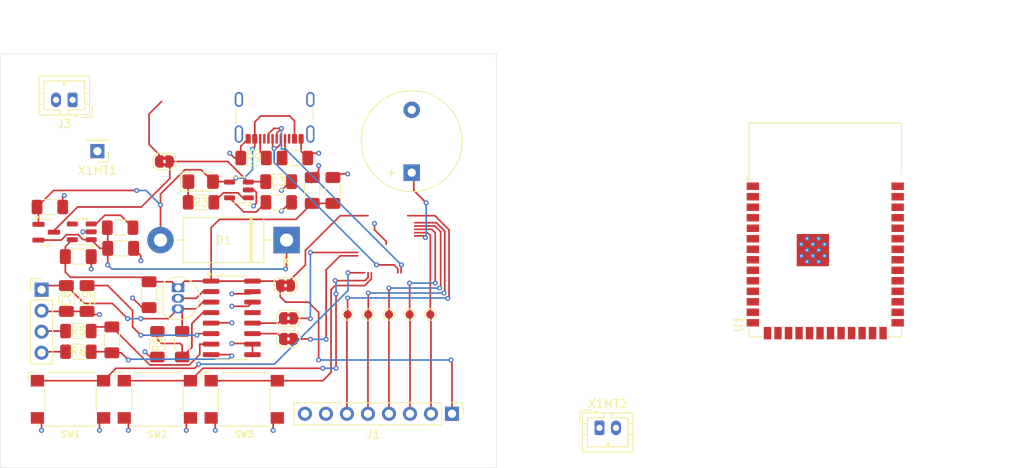
<source format=kicad_pcb>
(kicad_pcb (version 20240108) (generator "pcbnew") (generator_version "8.0")
  (layers (0 "F.Cu" signal) (31 "B.Cu" signal) (34 "B.Paste" user) (35 "F.Paste" user) (36 "B.SilkS" user "B.Silkscreen") (37 "F.SilkS" user "F.Silkscreen") (38 "B.Mask" user) (39 "F.Mask" user) (44 "Edge.Cuts" user))
  (net 0 "")
  (net 1 "Net-(D1-K)")
  (net 2 "GND")
  (net 3 "3.3V")
  (net 4 "VBAT")
  (net 5 "Net-(U2-INA-)")
  (net 6 "Net-(U2-INA+)")
  (net 7 "/E+")
  (net 8 "Net-(U2-VBG)")
  (net 9 "VBUS")
  (net 10 "Net-(D2-K)")
  (net 11 "Net-(J1-Pin_4)")
  (net 12 "Net-(J1-Pin_5)")
  (net 13 "Net-(J1-Pin_2)")
  (net 15 "Net-(J1-Pin_3)")
  (net 16 "Net-(J1-Pin_6)")
  (net 17 "/S+")
  (net 18 "/S-")
  (net 19 "Net-(J3-Pin_2)")
  (net 20 "/D+")
  (net 21 "Net-(J4-CC2)")
  (net 22 "Net-(J4-CC1)")
  (net 23 "/D-")
  (net 24 "Net-(JP1-B)")
  (net 25 "/DATA")
  (net 26 "Net-(JP2-A)")
  (net 27 "Net-(JP3-B)")
  (net 28 "Net-(JP3-A)")
  (net 29 "/BEEP")
  (net 30 "Net-(Q2-B)")
  (net 31 "Net-(U4-EN)")
  (net 32 "Net-(U3-STAT)")
  (net 33 "Net-(U3-PROG)")
  (net 34 "Net-(U2-VFB)")
  (net 35 "/BUT1")
  (net 36 "/BUT2")
  (net 37 "/BUT3")
  (footprint "Package_TO_SOT_THT:TO-92_Inline" (layer "F.Cu") (at 138 116.77 -90)
    (property "Reference" "Q2" (hide yes))
    (property "Value" "S8550" (hide yes))
  )
  (footprint "Connector_PinHeader_2.54mm:PinHeader_1x01_P2.54mm_Vertical" (layer "F.Cu") (at 128.25 100.25 180)
    (property "Reference" "X1MT1")
    (property "Value" "JSTPH")
  )
  (footprint "Connector_JST:JST_PH_B2B-PH-K_1x02_P2.00mm_Vertical" (layer "F.Cu") (at 125.25 94.05 180)
    (property "Reference" "J3")
    (property "Value" "Conn_01x02")
  )
  (footprint "Resistor_SMD:R_1206_3216Metric_Pad1.30x1.75mm_HandSolder" (layer "F.Cu") (at 150.175 106.4375)
    (property "Reference" "R4" (hide yes))
    (property "Value" "5.1k" (hide yes))
  )
  (footprint "TestPoint:TestPoint_Pad_D1.0mm" (layer "F.Cu") (at 158.5 120)
    (property "Reference" "TP5" (hide yes))
    (property "Value" "TestPoint_Small" (hide yes))
  )
  (footprint "Connector_PinHeader_2.54mm:PinHeader_1x08_P2.54mm_Vertical" (layer "F.Cu") (at 171.12 132 -90)
    (property "Reference" "J1")
    (property "Value" "Conn_01x08" (hide yes))
  )
  (footprint "Resistor_SMD:R_1206_3216Metric_Pad1.30x1.75mm_HandSolder" (layer "F.Cu") (at 131 109.5)
    (property "Reference" "R1" (hide yes))
    (property "Value" "100k" (hide yes))
  )
  (footprint "Jumper:SolderJumper-2_P1.3mm_Bridged2Bar_RoundedPad1.0x1.5mm" (layer "F.Cu") (at 151.35 122.96 180)
    (property "Reference" "JP3" (hide yes))
    (property "Value" "SolderJumper_2_Bridged" (hide yes))
  )
  (footprint "Resistor_SMD:R_1206_3216Metric_Pad1.30x1.75mm_HandSolder" (layer "F.Cu") (at 138.5 123.59 90)
    (property "Reference" "R7" (hide yes))
    (property "Value" "R" (hide yes))
  )
  (footprint "Resistor_SMD:R_1206_3216Metric_Pad1.30x1.75mm_HandSolder" (layer "F.Cu") (at 122.5 107)
    (property "Reference" "R2" (hide yes))
    (property "Value" "100k" (hide yes))
  )
  (footprint "Jumper:SolderJumper-2_P1.3mm_Bridged2Bar_RoundedPad1.0x1.5mm" (layer "F.Cu") (at 151 116.5)
    (property "Reference" "JP1" (hide yes))
    (property "Value" "SolderJumper_2_Bridged" (hide yes))
  )
  (footprint "Diode_THT:D_DO-201AD_P15.24mm_Horizontal" (layer "F.Cu") (at 151.12 111 180)
    (property "Reference" "D1")
    (property "Value" "MBR540" (hide yes))
  )
  (footprint "Package_SO:SOP-16_3.9x9.9mm_P1.27mm" (layer "F.Cu") (at 144.5 120.405)
    (property "Reference" "U2" (hide yes))
    (property "Value" "HX711" (hide yes))
  )
  (footprint "Package_TO_SOT_SMD:SOT-23-5" (layer "F.Cu") (at 126.3625 110 180)
    (property "Reference" "U4" (hide yes))
    (property "Value" "AP2112/RT9080-3.3" (hide yes))
  )
  (footprint "Resistor_SMD:R_1206_3216Metric_Pad1.30x1.75mm_HandSolder" (layer "F.Cu") (at 147.13 101.075 180)
    (property "Reference" "R9")
    (property "Value" "5.1k" (hide yes))
  )
  (footprint "TestPoint:TestPoint_Pad_D1.0mm" (layer "F.Cu") (at 163.5 120)
    (property "Reference" "TP3" (hide yes))
    (property "Value" "TestPoint_Small" (hide yes))
  )
  (footprint "Package_TO_SOT_SMD:SOT-23-5" (layer "F.Cu") (at 145.3625 104.9375 180)
    (property "Reference" "U3" (hide yes))
    (property "Value" "MCP73832-5-OT" (hide yes))
  )
  (footprint "Resistor_SMD:R_1206_3216Metric_Pad1.30x1.75mm_HandSolder" (layer "F.Cu") (at 125.95 124.5)
    (property "Reference" "R6")
    (property "Value" "R" (hide yes))
  )
  (footprint "Resistor_SMD:R_1206_3216Metric_Pad1.30x1.75mm_HandSolder" (layer "F.Cu") (at 135.5 123.59 90)
    (property "Reference" "R8")
    (property "Value" "R" (hide yes))
  )
  (footprint "Capacitor_SMD:C_1206_3216Metric_Pad1.33x1.80mm_HandSolder" (layer "F.Cu") (at 125.9375 113)
    (property "Reference" "C2" (hide yes))
    (property "Value" "10μF" (hide yes))
  )
  (footprint "Buzzer_Beeper:Buzzer_12x9.5RM7.6" (layer "F.Cu") (at 166.25 102.85 90)
    (property "Reference" "LS1" (hide yes))
    (property "Value" "Speaker" (hide yes))
  )
  (footprint "LED_SMD:LED_1206_3216Metric_Pad1.42x1.75mm_HandSolder" (layer "F.Cu") (at 140.7375 103.9375)
    (property "Reference" "D2" (hide yes))
    (property "Value" "LED" (hide yes))
  )
  (footprint "Connector_PinHeader_2.54mm:PinHeader_1x04_P2.54mm_Vertical" (layer "F.Cu") (at 121.5 117)
    (property "Reference" "J2" (hide yes))
    (property "Value" "Conn_01x04" (hide yes))
  )
  (footprint "Capacitor_SMD:C_1206_3216Metric_Pad1.33x1.80mm_HandSolder" (layer "F.Cu") (at 127 118.0625 90)
    (property "Reference" "C9")
    (property "Value" "100nF" (hide yes))
  )
  (footprint "Connector_USB:USB_C_Receptacle_GCT_USB4105-xx-A_16P_TopMnt_Horizontal" (layer "F.Cu") (at 149.68 95.075 180)
    (property "Reference" "J4" (hide yes))
    (property "Value" "USB C" (hide yes))
  )
  (footprint "Button_Switch_SMD:SW_SPST_Omron_B3FS-105xP" (layer "F.Cu") (at 146 130.25)
    (property "Reference" "SW3")
    (property "Value" "SW_Push" (hide yes))
  )
  (footprint "Capacitor_SMD:C_1206_3216Metric_Pad1.33x1.80mm_HandSolder" (layer "F.Cu") (at 154.225 105 90)
    (property "Reference" "C6" (hide yes))
    (property "Value" "10μF" (hide yes))
  )
  (footprint "Button_Switch_SMD:SW_SPST_Omron_B3FS-105xP" (layer "F.Cu") (at 125 130.25)
    (property "Reference" "SW1")
    (property "Value" "SW_Push" (hide yes))
  )
  (footprint "Button_Switch_SMD:SW_SPST_Omron_B3FS-105xP" (layer "F.Cu") (at 135.5 130.25)
    (property "Reference" "SW2")
    (property "Value" "SW_Push" (hide yes))
  )
  (footprint "TestPoint:TestPoint_Pad_D1.0mm" (layer "F.Cu") (at 168.5 120)
    (property "Reference" "TP1" (hide yes))
    (property "Value" "TestPoint_Small" (hide yes))
  )
  (footprint "Resistor_SMD:R_1206_3216Metric_Pad1.30x1.75mm_HandSolder" (layer "F.Cu") (at 152.13 101.075)
    (property "Reference" "R10" (hide yes))
    (property "Value" "5.1k" (hide yes))
  )
  (footprint "Capacitor_SMD:C_1206_3216Metric_Pad1.33x1.80mm_HandSolder" (layer "F.Cu") (at 134.5 117.6025 -90)
    (property "Reference" "C4" (hide yes))
    (property "Value" "10uF" (hide yes))
  )
  (footprint "Resistor_SMD:R_1206_3216Metric_Pad1.30x1.75mm_HandSolder" (layer "F.Cu") (at 140.775 106.4375)
    (property "Reference" "R3")
    (property "Value" "5.1k" (hide yes))
  )
  (footprint "Resistor_SMD:R_1206_3216Metric_Pad1.30x1.75mm_HandSolder" (layer "F.Cu") (at 125.95 122)
    (property "Reference" "R5")
    (property "Value" "R" (hide yes))
  )
  (footprint "Connector_JST:JST_PH_B2B-PH-K_1x02_P2.00mm_Vertical" (layer "F.Cu") (at 188.95 133.7)
    (property "Reference" "X1MT2")
    (property "Value" "JSTPH")
  )
  (footprint "Package_TO_SOT_SMD:SOT-23" (layer "F.Cu") (at 122.0625 110.05)
    (property "Reference" "Q1" (hide yes))
    (property "Value" "DMG3415U" (hide yes))
  )
  (footprint "RF_Module:ESP32-S3-WROOM-1" (layer "F.Cu") (at 216.25 109.75)
    (property "Reference" "U1")
    (property "Value" "ESP32-S3")
  )
  (footprint "Jumper:SolderJumper-2_P1.3mm_Bridged2Bar_RoundedPad1.0x1.5mm" (layer "F.Cu") (at 136.35 101.5)
    (property "Reference" "JP4" (hide yes))
    (property "Value" "SolderJumper_2_Bridged" (hide yes))
  )
  (footprint "Jumper:SolderJumper-2_P1.3mm_Bridged2Bar_RoundedPad1.0x1.5mm" (layer "F.Cu") (at 151.35 120.46)
    (property "Reference" "JP2" (hide yes))
    (property "Value" "SolderJumper_2_Bridged" (hide yes))
  )
  (footprint "Capacitor_SMD:C_1206_3216Metric_Pad1.33x1.80mm_HandSolder" (layer "F.Cu") (at 131.0625 112)
    (property "Reference" "C1" (hide yes))
    (property "Value" "10μF" (hide yes))
  )
  (footprint "Capacitor_SMD:C_1206_3216Metric_Pad1.33x1.80mm_HandSolder" (layer "F.Cu") (at 130 123.0625 -90)
    (property "Reference" "C7" (hide yes))
    (property "Value" "100nF" (hide yes))
  )
  (footprint "Capacitor_SMD:C_1206_3216Metric_Pad1.33x1.80mm_HandSolder" (layer "F.Cu") (at 124.5 118.0625 -90)
    (property "Reference" "C8")
    (property "Value" "10uf" (hide yes))
  )
  (footprint "Capacitor_SMD:C_1206_3216Metric_Pad1.33x1.80mm_HandSolder" (layer "F.Cu") (at 156.725 105 90)
    (property "Reference" "C5" (hide yes))
    (property "Value" "10μF" (hide yes))
  )
  (footprint "TestPoint:TestPoint_Pad_D1.0mm" (layer "F.Cu") (at 166 120)
    (property "Reference" "TP2" (hide yes))
    (property "Value" "TestPoint_Small" (hide yes))
  )
  (footprint "TestPoint:TestPoint_Pad_D1.0mm" (layer "F.Cu") (at 161 120)
    (property "Reference" "TP4" (hide yes))
    (property "Value" "TestPoint_Small" (hide yes))
  )
  (footprint "Capacitor_SMD:C_1206_3216Metric_Pad1.33x1.80mm_HandSolder" (layer "F.Cu") (at 150.1625 103.9375)
    (property "Reference" "C3")
    (property "Value" "10uF" (hide yes))
  )
  (gr_rect (start 116.5 88.5) (end 176.5 138.5) (stroke (width 0.05)) (fill none) (layer "Edge.Cuts"))
  (segment (start 129.5 114) (end 129.5 112) (width 0.2) (layer "F.Cu") (net 1))
  (segment (start 129.5 109.712499) (end 129.5 112) (width 0.2) (layer "F.Cu") (net 1))
  (segment (start 123.871948 111) (end 124.521948 110.35) (width 0.2) (layer "F.Cu") (net 1))
  (segment (start 151 114.5) (end 151.12 114.38) (width 0.2) (layer "F.Cu") (net 1))
  (segment (start 129.45 109.662499) (end 129.5 109.712499) (width 0.2) (layer "F.Cu") (net 1))
  (segment (start 151.12 114.38) (end 151.12 111) (width 0.2) (layer "F.Cu") (net 1))
  (segment (start 125.928052 110.35) (end 126.528052 110.95) (width 0.2) (layer "F.Cu") (net 1))
  (segment (start 124.521948 110.35) (end 125.928052 110.35) (width 0.2) (layer "F.Cu") (net 1))
  (segment (start 128.55 112) (end 129.5 112) (width 0.2) (layer "F.Cu") (net 1))
  (segment (start 121.125 111) (end 123.871948 111) (width 0.2) (layer "F.Cu") (net 1))
  (segment (start 126.528052 110.95) (end 127.5 110.95) (width 0.2) (layer "F.Cu") (net 1))
  (segment (start 127.5 110.95) (end 128.55 112) (width 0.2) (layer "F.Cu") (net 1))
  (segment (start 129.45 109.5) (end 129.45 109.662499) (width 0.2) (layer "F.Cu") (net 1))
  (via (at 151 114.5) (size 0.6) (drill 0.3) (layers "F.Cu" "B.Cu") (net 1))
  (via (at 129.5 114) (size 0.6) (drill 0.3) (layers "F.Cu" "B.Cu") (net 1))
  (segment (start 130 114.5) (end 129.5 114) (width 0.2) (layer "B.Cu") (net 1))
  (segment (start 151 114.5) (end 130 114.5) (width 0.2) (layer "B.Cu") (net 1))
  (segment (start 158.5 103) (end 157.1625 103) (width 0.2) (layer "F.Cu") (net 2))
  (segment (start 127 119.625) (end 121.585 119.625) (width 0.2) (layer "F.Cu") (net 2))
  (segment (start 128.5 134) (end 128.5 133) (width 0.2) (layer "F.Cu") (net 2))
  (segment (start 147.4625 105.237501) (end 147.162499 104.9375) (width 0.2) (layer "F.Cu") (net 2))
  (segment (start 139 134) (end 139 133) (width 0.2) (layer "F.Cu") (net 2))
  (segment (start 124.05 105.8) (end 124.05 107) (width 0.2) (layer "F.Cu") (net 2))
  (segment (start 151.5625 106.4375) (end 151.725 106.4375) (width 0.2) (layer "F.Cu") (net 2))
  (segment (start 121.5 133) (end 121 132.5) (width 0.2) (layer "F.Cu") (net 2))
  (segment (start 133.5 112.875) (end 132.625 112) (width 0.2) (layer "F.Cu") (net 2))
  (segment (start 150.5 107.5) (end 151.5625 106.4375) (width 0.2) (layer "F.Cu") (net 2))
  (segment (start 147.162499 104.9375) (end 146.5 104.9375) (width 0.2) (layer "F.Cu") (net 2))
  (segment (start 142.5 133) (end 142 132.5) (width 0.2) (layer "F.Cu") (net 2))
  (segment (start 147.125 106.875) (end 147.4625 106.5375) (width 0.2) (layer "F.Cu") (net 2))
  (segment (start 128.5 120) (end 127.375 120) (width 0.2) (layer "F.Cu") (net 2))
  (segment (start 147.4625 106.5375) (end 147.4625 105.237501) (width 0.2) (layer "F.Cu") (net 2))
  (segment (start 124.25 105.6) (end 124.05 105.8) (width 0.2) (layer "F.Cu") (net 2))
  (segment (start 149.5 134) (end 149.5 133) (width 0.2) (layer "F.Cu") (net 2))
  (segment (start 144.5 117.5) (end 146.73 117.5) (width 0.2) (layer "F.Cu") (net 2))
  (segment (start 150.5 105) (end 151.5625 103.9375) (width 0.2) (layer "F.Cu") (net 2))
  (segment (start 157.1625 103) (end 156.725 103.4375) (width 0.2) (layer "F.Cu") (net 2))
  (segment (start 155 102) (end 155 102.6625) (width 0.2) (layer "F.Cu") (net 2))
  (segment (start 133.5 113.5) (end 133.5 112.875) (width 0.2) (layer "F.Cu") (net 2))
  (segment (start 121.585 119.625) (end 121.5 119.54) (width 0.2) (layer "F.Cu") (net 2))
  (segment (start 132 134) (end 132 133) (width 0.2) (layer "F.Cu") (net 2))
  (segment (start 161.75 109.75) (end 163.17 111.17) (width 0.2) (layer "F.Cu") (net 2))
  (segment (start 163.17 111.17) (end 163.17 111.5) (width 0.2) (layer "F.Cu") (net 2))
  (segment (start 133.665 119.165) (end 132.5 118) (width 0.2) (layer "F.Cu") (net 2))
  (segment (start 142.04 121) (end 142 121.04) (width 0.2) (layer "F.Cu") (net 2))
  (segment (start 154.255 100.5) (end 153.68 101.075) (width 0.2) (layer "F.Cu") (net 2))
  (segment (start 135.5 125.14) (end 134.64 125.14) (width 0.2) (layer "F.Cu") (net 2))
  (segment (start 155 100.5) (end 154.255 100.5) (width 0.2) (layer "F.Cu") (net 2))
  (segment (start 127.5 114.5) (end 127.5 113) (width 0.2) (layer "F.Cu") (net 2))
  (segment (start 145.58 99.655) (end 146.48 98.755) (width 0.2) (layer "F.Cu") (net 2))
  (segment (start 147 123.58) (end 147 124.85) (width 0.2) (layer "F.Cu") (net 2))
  (segment (start 146.5 119) (end 147 118.5) (width 0.2) (layer "F.Cu") (net 2))
  (segment (start 134.5 119.165) (end 133.665 119.165) (width 0.2) (layer "F.Cu") (net 2))
  (segment (start 144.25 100.5) (end 144.825 101.075) (width 0.2) (layer "F.Cu") (net 2))
  (segment (start 132 133) (end 131.5 132.5) (width 0.2) (layer "F.Cu") (net 2))
  (segment (start 146.92 123.5) (end 147 123.58) (width 0.2) (layer "F.Cu") (net 2))
  (segment (start 144.5 123.5) (end 146.92 123.5) (width 0.2) (layer "F.Cu") (net 2))
  (segment (start 144.5 119) (end 146.5 119) (width 0.2) (layer "F.Cu") (net 2))
  (segment (start 152.88 98.755) (end 152.88 100.275) (width 0.2) (layer "F.Cu") (net 2))
  (segment (start 155 102.6625) (end 154.225 103.4375) (width 0.2) (layer "F.Cu") (net 2))
  (segment (start 144.5 121) (end 142.04 121) (width 0.2) (layer "F.Cu") (net 2))
  (segment (start 161.75 109) (end 161.75 109.75) (width 0.2) (layer "F.Cu") (net 2))
  (segment (start 126.5 110) (end 127.5 110) (width 0.2) (layer "F.Cu") (net 2))
  (segment (start 134.64 125.14) (end 134 124.5) (width 0.2) (layer "F.Cu") (net 2))
  (segment (start 139 133) (end 139.5 132.5) (width 0.2) (layer "F.Cu") (net 2))
  (segment (start 152.88 100.275) (end 153.68 101.075) (width 0.2) (layer "F.Cu") (net 2))
  (segment (start 128.5 133) (end 129 132.5) (width 0.2) (layer "F.Cu") (net 2))
  (segment (start 144.825 101.075) (end 145.58 101.075) (width 0.2) (layer "F.Cu") (net 2))
  (segment (start 121.5 134) (end 121.5 133) (width 0.2) (layer "F.Cu") (net 2))
  (segment (start 151.5625 103.9375) (end 151.725 103.9375) (width 0.2) (layer "F.Cu") (net 2))
  (segment (start 149.5 133) (end 150 132.5) (width 0.2) (layer "F.Cu") (net 2))
  (segment (start 142.5 134) (end 142.5 133) (width 0.2) (layer "F.Cu") (net 2))
  (segment (start 146.73 117.5) (end 147 117.23) (width 0.2) (layer "F.Cu") (net 2))
  (segment (start 145.58 101.075) (end 145.58 99.655) (width 0.2) (layer "F.Cu") (net 2))
  (segment (start 127.375 120) (end 127 119.625) (width 0.2) (layer "F.Cu") (net 2))
  (via (at 132.5 118) (size 0.6) (drill 0.3) (layers "F.Cu" "B.Cu") (net 2))
  (via (at 155 102) (size 0.6) (drill 0.3) (layers "F.Cu" "B.Cu") (net 2))
  (via (at 128.5 134) (size 0.6) (drill 0.3) (layers "F.Cu" "B.Cu") (net 2))
  (via (at 121.5 134) (size 0.6) (drill 0.3) (layers "F.Cu" "B.Cu") (net 2))
  (via (at 149.5 134) (size 0.6) (drill 0.3) (layers "F.Cu" "B.Cu") (net 2))
  (via (at 128.5 120) (size 0.6) (drill 0.3) (layers "F.Cu" "B.Cu") (net 2))
  (via (at 144.5 121) (size 0.6) (drill 0.3) (layers "F.Cu" "B.Cu") (net 2))
  (via (at 127.5 114.5) (size 0.6) (drill 0.3) (layers "F.Cu" "B.Cu") (net 2))
  (via (at 150.5 105) (size 0.6) (drill 0.3) (layers "F.Cu" "B.Cu") (net 2))
  (via (at 150.5 107.5) (size 0.6) (drill 0.3) (layers "F.Cu" "B.Cu") (net 2))
  (via (at 142.5 134) (size 0.6) (drill 0.3) (layers "F.Cu" "B.Cu") (net 2))
  (via (at 124.25 105.6) (size 0.6) (drill 0.3) (layers "F.Cu" "B.Cu") (net 2))
  (via (at 139 134) (size 0.6) (drill 0.3) (layers "F.Cu" "B.Cu") (net 2))
  (via (at 133.5 113.5) (size 0.6) (drill 0.3) (layers "F.Cu" "B.Cu") (net 2))
  (via (at 144.25 100.5) (size 0.6) (drill 0.3) (layers "F.Cu" "B.Cu") (net 2))
  (via (at 126.5 110) (size 0.6) (drill 0.3) (layers "F.Cu" "B.Cu") (net 2))
  (via (at 132 134) (size 0.6) (drill 0.3) (layers "F.Cu" "B.Cu") (net 2))
  (via (at 147.125 106.875) (size 0.6) (drill 0.3) (layers "F.Cu" "B.Cu") (net 2))
  (via (at 134 124.5) (size 0.6) (drill 0.3) (layers "F.Cu" "B.Cu") (net 2))
  (via (at 158.5 103) (size 0.6) (drill 0.3) (layers "F.Cu" "B.Cu") (net 2))
  (via (at 155 100.5) (size 0.6) (drill 0.3) (layers "F.Cu" "B.Cu") (net 2))
  (via (at 144.5 119) (size 0.6) (drill 0.3) (layers "F.Cu" "B.Cu") (net 2))
  (via (at 161.75 109) (size 0.6) (drill 0.3) (layers "F.Cu" "B.Cu") (net 2))
  (via (at 144.5 117.5) (size 0.6) (drill 0.3) (layers "F.Cu" "B.Cu") (net 2))
  (via (at 144.5 123.5) (size 0.6) (drill 0.3) (layers "F.Cu" "B.Cu") (net 2))
  (segment (start 152.25 108.5) (end 143 108.5) (width 0.2) (layer "F.Cu") (net 3))
  (segment (start 124.375 111.8) (end 125.225 110.95) (width 0.2) (layer "F.Cu") (net 3))
  (segment (start 133.96 115.5) (end 125 115.5) (width 0.2) (layer "F.Cu") (net 3))
  (segment (start 138.81 115.96) (end 138 116.77) (width 0.2) (layer "F.Cu") (net 3))
  (segment (start 124.375 114.875) (end 124.375 113) (width 0.2) (layer "F.Cu") (net 3))
  (segment (start 171.12 125.62) (end 171 125.5) (width 0.2) (layer "F.Cu") (net 3))
  (segment (start 147 115.96) (end 142 115.96) (width 0.2) (layer "F.Cu") (net 3))
  (segment (start 134.5 116.04) (end 137.27 116.04) (width 0.2) (layer "F.Cu") (net 3))
  (segment (start 154.225 106.5625) (end 154.1875 106.5625) (width 0.2) (layer "F.Cu") (net 3))
  (segment (start 154.1875 106.5625) (end 152.25 108.5) (width 0.2) (layer "F.Cu") (net 3))
  (segment (start 147 115.96) (end 149.81 115.96) (width 0.2) (layer "F.Cu") (net 3))
  (segment (start 149.81 115.96) (end 150.35 116.5) (width 0.2) (layer "F.Cu") (net 3))
  (segment (start 153.75 118.5) (end 151 118.5) (width 0.2) (layer "F.Cu") (net 3))
  (segment (start 142 109.5) (end 142 115.96) (width 0.2) (layer "F.Cu") (net 3))
  (segment (start 150.35 117.85) (end 150.35 116.5) (width 0.2) (layer "F.Cu") (net 3))
  (segment (start 124.375 113) (end 124.375 111.8) (width 0.2) (layer "F.Cu") (net 3))
  (segment (start 151 118.5) (end 150.35 117.85) (width 0.2) (layer "F.Cu") (net 3))
  (segment (start 137.27 116.04) (end 138 116.77) (width 0.2) (layer "F.Cu") (net 3))
  (segment (start 142 115.96) (end 138.81 115.96) (width 0.2) (layer "F.Cu") (net 3))
  (segment (start 134.5 116.04) (end 133.96 115.5) (width 0.2) (layer "F.Cu") (net 3))
  (segment (start 171.12 132) (end 171.12 125.62) (width 0.2) (layer "F.Cu") (net 3))
  (segment (start 155 119.75) (end 153.75 118.5) (width 0.2) (layer "F.Cu") (net 3))
  (segment (start 154.225 106.5625) (end 156.725 106.5625) (width 0.2) (layer "F.Cu") (net 3))
  (segment (start 155 125.5) (end 155 119.75) (width 0.2) (layer "F.Cu") (net 3))
  (segment (start 143 108.5) (end 142 109.5) (width 0.2) (layer "F.Cu") (net 3))
  (segment (start 125 115.5) (end 124.375 114.875) (width 0.2) (layer "F.Cu") (net 3))
  (via (at 171 125.5) (size 0.6) (drill 0.3) (layers "F.Cu" "B.Cu") (net 3))
  (via (at 155 125.5) (size 0.6) (drill 0.3) (layers "F.Cu" "B.Cu") (net 3))
  (segment (start 171 125.5) (end 155 125.5) (width 0.2) (layer "B.Cu") (net 3))
  (segment (start 133.559744 107) (end 125.859744 107) (width 0.2) (layer "F.Cu") (net 4))
  (segment (start 123 109.859744) (end 123 110.05) (width 0.2) (layer "F.Cu") (net 4))
  (segment (start 137 101.5) (end 137 103.559744) (width 0.2) (layer "F.Cu") (net 4))
  (segment (start 125.859744 107) (end 123 109.859744) (width 0.2) (layer "F.Cu") (net 4))
  (segment (start 146.45 103.9375) (end 148.6 103.9375) (width 0.2) (layer "F.Cu") (net 4))
  (segment (start 137 103.559744) (end 133.559744 107) (width 0.2) (layer "F.Cu") (net 4))
  (segment (start 144.0125 101.5) (end 146.45 103.9375) (width 0.2) (layer "F.Cu") (net 4))
  (segment (start 137 101.5) (end 144.0125 101.5) (width 0.2) (layer "F.Cu") (net 4))
  (segment (start 142 123.58) (end 140.625685 123.58) (width 0.2) (layer "F.Cu") (net 5))
  (segment (start 140.625685 124.824059) (end 139.359744 126.09) (width 0.2) (layer "F.Cu") (net 5))
  (segment (start 128 121.5) (end 127.5 122) (width 0.2) (layer "F.Cu") (net 5))
  (segment (start 140.625685 123.58) (end 140.625685 124.824059) (width 0.2) (layer "F.Cu") (net 5))
  (segment (start 130 121.5) (end 128 121.5) (width 0.2) (layer "F.Cu") (net 5))
  (segment (start 134.59 126.09) (end 130 121.5) (width 0.2) (layer "F.Cu") (net 5))
  (segment (start 139.359744 126.09) (end 134.59 126.09) (width 0.2) (layer "F.Cu") (net 5))
  (segment (start 131.125 124.625) (end 132 125.5) (width 0.2) (layer "F.Cu") (net 6))
  (segment (start 144.5 125) (end 144.35 124.85) (width 0.2) (layer "F.Cu") (net 6))
  (segment (start 144.35 124.85) (end 142 124.85) (width 0.2) (layer "F.Cu") (net 6))
  (segment (start 129.875 124.5) (end 130 124.625) (width 0.2) (layer "F.Cu") (net 6))
  (segment (start 127.5 124.5) (end 129.875 124.5) (width 0.2) (layer "F.Cu") (net 6))
  (segment (start 130 124.625) (end 131.125 124.625) (width 0.2) (layer "F.Cu") (net 6))
  (via (at 144.5 125) (size 0.6) (drill 0.3) (layers "F.Cu" "B.Cu") (net 6))
  (via (at 132 125.5) (size 0.6) (drill 0.3) (layers "F.Cu" "B.Cu") (net 6))
  (segment (start 132 125.5) (end 132.1 125.4) (width 0.2) (layer "B.Cu") (net 6))
  (segment (start 144.1 125.4) (end 144.5 125) (width 0.2) (layer "B.Cu") (net 6))
  (segment (start 132.1 125.4) (end 144.1 125.4) (width 0.2) (layer "B.Cu") (net 6))
  (segment (start 130.0625 118.6625) (end 126.6625 118.6625) (width 0.2) (layer "F.Cu") (net 7))
  (segment (start 136.81 120.5) (end 133.5 120.5) (width 0.2) (layer "F.Cu") (net 7))
  (segment (start 141.000001 118.5) (end 140.190001 119.31) (width 0.2) (layer "F.Cu") (net 7))
  (segment (start 126.6625 118.6625) (end 124.5 116.5) (width 0.2) (layer "F.Cu") (net 7))
  (segment (start 138.5 122.04) (end 138.5 119.81) (width 0.2) (layer "F.Cu") (net 7))
  (segment (start 122 116.5) (end 121.5 117) (width 0.2) (layer "F.Cu") (net 7))
  (segment (start 138.5 119.81) (end 138 119.31) (width 0.2) (layer "F.Cu") (net 7))
  (segment (start 124.5 116.5) (end 122 116.5) (width 0.2) (layer "F.Cu") (net 7))
  (segment (start 131.9 120.5) (end 130.0625 118.6625) (width 0.2) (layer "F.Cu") (net 7))
  (segment (start 140.190001 119.31) (end 138 119.31) (width 0.2) (layer "F.Cu") (net 7))
  (segment (start 138 119.31) (end 136.81 120.5) (width 0.2) (layer "F.Cu") (net 7))
  (segment (start 142 118.5) (end 141.000001 118.5) (width 0.2) (layer "F.Cu") (net 7))
  (via (at 131.9 120.5) (size 0.6) (drill 0.3) (layers "F.Cu" "B.Cu") (net 7))
  (via (at 133.5 120.5) (size 0.6) (drill 0.3) (layers "F.Cu" "B.Cu") (net 7))
  (segment (start 133.5 120.5) (end 131.9 120.5) (width 0.2) (layer "B.Cu") (net 7))
  (segment (start 140.465 122.31) (end 140.275 122.5) (width 0.2) (layer "F.Cu") (net 8))
  (segment (start 133.5 122.5) (end 132.5 121.5) (width 0.2) (layer "F.Cu") (net 8))
  (segment (start 129.5 116.5) (end 127 116.5) (width 0.2) (layer "F.Cu") (net 8))
  (segment (start 132.5 121.5) (end 132.5 119.5) (width 0.2) (layer "F.Cu") (net 8))
  (segment (start 132.5 119.5) (end 129.5 116.5) (width 0.2) (layer "F.Cu") (net 8))
  (segment (start 142 122.31) (end 140.465 122.31) (width 0.2) (layer "F.Cu") (net 8))
  (via (at 133.5 122.5) (size 0.6) (drill 0.3) (layers "F.Cu" "B.Cu") (net 8))
  (via (at 140.275 122.5) (size 0.6) (drill 0.3) (layers "F.Cu" "B.Cu") (net 8))
  (segment (start 140.275 122.5) (end 133.5 122.5) (width 0.2) (layer "B.Cu") (net 8))
  (segment (start 151.5 96) (end 152.08 96.58) (width 0.2) (layer "F.Cu") (net 9))
  (segment (start 144.225 103.9875) (end 144.5125 103.9875) (width 0.2) (layer "F.Cu") (net 9))
  (segment (start 144.175 103.9375) (end 144.225 103.9875) (width 0.2) (layer "F.Cu") (net 9))
  (segment (start 147.28 98.755) (end 147.28 96.72) (width 0.2) (layer "F.Cu") (net 9))
  (segment (start 135.88 105.435256) (end 138.815256 102.5) (width 0.2) (layer "F.Cu") (net 9))
  (segment (start 138.815256 102.5) (end 140.7875 102.5) (width 0.2) (layer "F.Cu") (net 9))
  (segment (start 152.08 96.58) (end 152.08 98.755) (width 0.2) (layer "F.Cu") (net 9))
  (segment (start 122.95 105) (end 120.95 107) (width 0.2) (layer "F.Cu") (net 9))
  (segment (start 142.225 103.9375) (end 144.175 103.9375) (width 0.2) (layer "F.Cu") (net 9))
  (segment (start 148 96) (end 151.5 96) (width 0.2) (layer "F.Cu") (net 9))
  (segment (start 121.125 107.175) (end 120.95 107) (width 0.2) (layer "F.Cu") (net 9))
  (segment (start 147 100) (end 147.28 99.72) (width 0.2) (layer "F.Cu") (net 9))
  (segment (start 147.28 99.72) (end 147.28 98.755) (width 0.2) (layer "F.Cu") (net 9))
  (segment (start 144.5125 103.9875) (end 145 103.5) (width 0.2) (layer "F.Cu") (net 9))
  (segment (start 121.125 109.1) (end 121.125 107.175) (width 0.2) (layer "F.Cu") (net 9))
  (segment (start 140.7875 102.5) (end 142.225 103.9375) (width 0.2) (layer "F.Cu") (net 9))
  (segment (start 147.28 96.72) (end 148 96) (width 0.2) (layer "F.Cu") (net 9))
  (segment (start 135.88 106.75) (end 135.88 105.435256) (width 0.2) (layer "F.Cu") (net 9))
  (segment (start 135.88 106.75) (end 135.88 111) (width 0.2) (layer "F.Cu") (net 9))
  (segment (start 133 105) (end 122.95 105) (width 0.2) (layer "F.Cu") (net 9))
  (via (at 133 105) (size 0.6) (drill 0.3) (layers "F.Cu" "B.Cu") (net 9))
  (via (at 135.88 106.75) (size 0.6) (drill 0.3) (layers "F.Cu" "B.Cu") (net 9))
  (via (at 147 100) (size 0.6) (drill 0.3) (layers "F.Cu" "B.Cu") (net 9))
  (via (at 145 103.5) (size 0.6) (drill 0.3) (layers "F.Cu" "B.Cu") (net 9))
  (segment (start 135.88 106.75) (end 134.13 105) (width 0.2) (layer "B.Cu") (net 9))
  (segment (start 134.13 105) (end 133 105) (width 0.2) (layer "B.Cu") (net 9))
  (segment (start 145 103.5) (end 146 103.5) (width 0.2) (layer "B.Cu") (net 9))
  (segment (start 147 102.5) (end 147 100) (width 0.2) (layer "B.Cu") (net 9))
  (segment (start 146 103.5) (end 147 102.5) (width 0.2) (layer "B.Cu") (net 9))
  (segment (start 139.225 106.4375) (end 139.225 103.9625) (width 0.2) (layer "F.Cu") (net 10))
  (segment (start 139.225 103.9625) (end 139.25 103.9375) (width 0.2) (layer "F.Cu") (net 10))
  (segment (start 169.05 109.3) (end 166.62 109.3) (width 0.2) (layer "F.Cu") (net 11))
  (segment (start 169.75 110) (end 169.05 109.3) (width 0.2) (layer "F.Cu") (net 11))
  (segment (start 169.75 116.679149) (end 169.75 110) (width 0.2) (layer "F.Cu") (net 11))
  (segment (start 163.5 120) (end 163.5 132) (width 0.2) (layer "F.Cu") (net 11))
  (segment (start 163.5 120) (end 163.5 116.8) (width 0.2) (layer "F.Cu") (net 11))
  (segment (start 169.629149 116.8) (end 169.75 116.679149) (width 0.2) (layer "F.Cu") (net 11))
  (via (at 169.629149 116.8) (size 0.6) (drill 0.3) (layers "F.Cu" "B.Cu") (net 11))
  (via (at 163.5 116.8) (size 0.6) (drill 0.3) (layers "F.Cu" "B.Cu") (net 11))
  (segment (start 169.629149 116.8) (end 163.5 116.8) (width 0.2) (layer "B.Cu") (net 11))
  (segment (start 161 120) (end 161 117.4) (width 0.2) (layer "F.Cu") (net 12))
  (segment (start 170.25 117.308298) (end 170.25 109.934314) (width 0.2) (layer "F.Cu") (net 12))
  (segment (start 170.25 109.934314) (end 169.215686 108.9) (width 0.2) (layer "F.Cu") (net 12))
  (segment (start 161 120) (end 161 120.5) (width 0.2) (layer "F.Cu") (net 12))
  (segment (start 170.158298 117.4) (end 170.25 117.308298) (width 0.2) (layer "F.Cu") (net 12))
  (segment (start 169.215686 108.9) (end 166.62 108.9) (width 0.2) (layer "F.Cu") (net 12))
  (segment (start 160.96 120.04) (end 161 120) (width 0.2) (layer "F.Cu") (net 12))
  (segment (start 160.96 132) (end 160.96 120.04) (width 0.2) (layer "F.Cu") (net 12))
  (segment (start 161 120.5) (end 160.96 120.54) (width 0.2) (layer "F.Cu") (net 12))
  (via (at 170.158298 117.4) (size 0.6) (drill 0.3) (layers "F.Cu" "B.Cu") (net 12))
  (via (at 161 117.4) (size 0.6) (drill 0.3) (layers "F.Cu" "B.Cu") (net 12))
  (segment (start 170.158298 117.4) (end 161 117.4) (width 0.2) (layer "B.Cu") (net 12))
  (segment (start 168.58 132) (end 168.58 120.08) (width 0.2) (layer "F.Cu") (net 13))
  (segment (start 168.5 120) (end 168.5 110.451471) (width 0.2) (layer "F.Cu") (net 13))
  (segment (start 168.148529 110.1) (end 166.62 110.1) (width 0.2) (layer "F.Cu") (net 13))
  (segment (start 168.5 110.451471) (end 168.148529 110.1) (width 0.2) (layer "F.Cu") (net 13))
  (segment (start 168.58 120.08) (end 168.5 120) (width 0.2) (layer "F.Cu") (net 13))
  (segment (start 168.5 131.92) (end 168.58 132) (width 0.2) (layer "F.Cu") (net 13))
  (segment (start 166.04 120.04) (end 166 120) (width 0.2) (layer "F.Cu") (net 15))
  (segment (start 168.665685 109.7) (end 166.62 109.7) (width 0.2) (layer "F.Cu") (net 15))
  (segment (start 166 120) (end 166 116.2) (width 0.2) (layer "F.Cu") (net 15))
  (segment (start 169.1 116.2) (end 169.1 110.134315) (width 0.2) (layer "F.Cu") (net 15))
  (segment (start 166.04 132) (end 166.04 120.04) (width 0.2) (layer "F.Cu") (net 15))
  (segment (start 169.1 110.134315) (end 168.665685 109.7) (width 0.2) (layer "F.Cu") (net 15))
  (segment (start 169.1 116.2) (end 169 116.1) (width 0.2) (layer "F.Cu") (net 15))
  (via (at 166 116.2) (size 0.6) (drill 0.3) (layers "F.Cu" "B.Cu") (net 15))
  (via (at 169.1 116.2) (size 0.6) (drill 0.3) (layers "F.Cu" "B.Cu") (net 15))
  (segment (start 169.1 116.2) (end 166 116.2) (width 0.2) (layer "B.Cu") (net 15))
  (segment (start 158.42 120.08) (end 158.5 120) (width 0.2) (layer "F.Cu") (net 16))
  (segment (start 165.77 108.05) (end 169.05 108.05) (width 0.2) (layer "F.Cu") (net 16))
  (segment (start 158.5 131.92) (end 158.42 132) (width 0.2) (layer "F.Cu") (net 16))
  (segment (start 170.758298 109.758298) (end 170.758298 117.912085) (width 0.2) (layer "F.Cu") (net 16))
  (segment (start 158.5 120) (end 158.5 118) (width 0.2) (layer "F.Cu") (net 16))
  (segment (start 170.758298 117.912085) (end 170.610327 118.060056) (width 0.2) (layer "F.Cu") (net 16))
  (segment (start 169.05 108.05) (end 170.758298 109.758298) (width 0.2) (layer "F.Cu") (net 16))
  (segment (start 158.42 132) (end 158.42 120.08) (width 0.2) (layer "F.Cu") (net 16))
  (via (at 158.5 118) (size 0.6) (drill 0.3) (layers "F.Cu" "B.Cu") (net 16))
  (via (at 170.610327 118.060056) (size 0.6) (drill 0.3) (layers "F.Cu" "B.Cu") (net 16))
  (segment (start 170.550271 118) (end 158.5 118) (width 0.2) (layer "B.Cu") (net 16))
  (segment (start 170.610327 118.060056) (end 170.550271 118) (width 0.2) (layer "B.Cu") (net 16))
  (segment (start 124.4 124.5) (end 121.62 124.5) (width 0.2) (layer "F.Cu") (net 17))
  (segment (start 121.62 124.5) (end 121.5 124.62) (width 0.2) (layer "F.Cu") (net 17))
  (segment (start 121.58 122) (end 121.5 122.08) (width 0.2) (layer "F.Cu") (net 18))
  (segment (start 124.4 122) (end 121.58 122) (width 0.2) (layer "F.Cu") (net 18))
  (segment (start 135.7 100.64) (end 134.5 99.44) (width 0.2) (layer "F.Cu") (net 19))
  (segment (start 134.5 99.44) (end 134.5 95.75) (width 0.2) (layer "F.Cu") (net 19))
  (segment (start 135.7 101.5) (end 135.7 100.64) (width 0.2) (layer "F.Cu") (net 19))
  (segment (start 134.5 95.75) (end 136 94.25) (width 0.2) (layer "F.Cu") (net 19))
  (segment (start 164.97 114.03) (end 165 114) (width 0.2) (layer "F.Cu") (net 20))
  (segment (start 149.93 98.07) (end 149.93 98.755) (width 0.2) (layer "F.Cu") (net 20))
  (segment (start 164.97 114.95) (end 164.97 114.03) (width 0.2) (layer "F.Cu") (net 20))
  (segment (start 148.93 98.755) (end 148.93 98.14759) (width 0.2) (layer "F.Cu") (net 20))
  (segment (start 150.5 97.5) (end 149.93 98.07) (width 0.2) (layer "F.Cu") (net 20))
  (segment (start 148.93 98.14759) (end 149.57759 97.5) (width 0.2) (layer "F.Cu") (net 20))
  (segment (start 149.57759 97.5) (end 150.5 97.5) (width 0.2) (layer "F.Cu") (net 20))
  (via (at 150.5 97.5) (size 0.6) (drill 0.3) (layers "F.Cu" "B.Cu") (net 20))
  (via (at 165 114) (size 0.6) (drill 0.3) (layers "F.Cu" "B.Cu") (net 20))
  (segment (start 165 114) (end 151 100) (width 0.2) (layer "B.Cu") (net 20))
  (segment (start 150.5 100) (end 150.5 97.5) (width 0.2) (layer "B.Cu") (net 20))
  (segment (start 151 100) (end 150.5 100) (width 0.2) (layer "B.Cu") (net 20))
  (segment (start 147.93 100.325) (end 147.93 98.755) (width 0.2) (layer "F.Cu") (net 21))
  (segment (start 148.68 101.075) (end 147.93 100.325) (width 0.2) (layer "F.Cu") (net 21))
  (segment (start 150.93 100.725) (end 150.93 98.755) (width 0.2) (layer "F.Cu") (net 22))
  (segment (start 150.58 101.075) (end 150.93 100.725) (width 0.2) (layer "F.Cu") (net 22))
  (segment (start 162 114) (end 164.11636 114) (width 0.2) (layer "F.Cu") (net 23))
  (segment (start 149.43 99.732527) (end 149.62009 99.922617) (width 0.2) (layer "F.Cu") (net 23))
  (segment (start 164.11636 114) (end 164.57 114.45364) (width 0.2) (layer "F.Cu") (net 23))
  (segment (start 150.43 98.755) (end 150.43 99.36241) (width 0.2) (layer "F.Cu") (net 23))
  (segment (start 164.57 114.45364) (end 164.57 114.95) (width 0.2) (layer "F.Cu") (net 23))
  (segment (start 149.43 98.755) (end 149.43 99.732527) (width 0.2) (layer "F.Cu") (net 23))
  (segment (start 149.869793 99.922617) (end 149.62009 99.922617) (width 0.2) (layer "F.Cu") (net 23))
  (segment (start 150.43 99.36241) (end 149.869793 99.922617) (width 0.2) (layer "F.Cu") (net 23))
  (via (at 162 114) (size 0.6) (drill 0.3) (layers "F.Cu" "B.Cu") (net 23))
  (via (at 149.62009 99.922617) (size 0.6) (drill 0.3) (layers "F.Cu" "B.Cu") (net 23))
  (segment (start 149.62009 101.62009) (end 162 114) (width 0.2) (layer "B.Cu") (net 23))
  (segment (start 149.62009 99.922617) (end 149.62009 101.62009) (width 0.2) (layer "B.Cu") (net 23))
  (segment (start 153.4 112.251471) (end 157.601471 108.05) (width 0.2) (layer "F.Cu") (net 24))
  (segment (start 160.5 108.05) (end 160.57 108.05) (width 0.2) (layer "F.Cu") (net 24))
  (segment (start 153.4 113.995) (end 153.4 112.251471) (width 0.2) (layer "F.Cu") (net 24))
  (segment (start 157.601471 108.05) (end 160.5 108.05) (width 0.2) (layer "F.Cu") (net 24))
  (segment (start 151.65 115.745) (end 153.4 113.995) (width 0.2) (layer "F.Cu") (net 24))
  (segment (start 151.65 116.5) (end 151.65 115.745) (width 0.2) (layer "F.Cu") (net 24))
  (segment (start 160.97 108.05) (end 160.5 108.05) (width 0.2) (layer "F.Cu") (net 24))
  (segment (start 153.96 120.46) (end 154 120.5) (width 0.2) (layer "F.Cu") (net 25))
  (segment (start 154 112.5) (end 159.72 112.5) (width 0.2) (layer "F.Cu") (net 25))
  (segment (start 152 120.46) (end 153.96 120.46) (width 0.2) (layer "F.Cu") (net 25))
  (via (at 154 120.5) (size 0.6) (drill 0.3) (layers "F.Cu" "B.Cu") (net 25))
  (via (at 154 112.5) (size 0.6) (drill 0.3) (layers "F.Cu" "B.Cu") (net 25))
  (segment (start 154 120.5) (end 154 112.5) (width 0.2) (layer "B.Cu") (net 25))
  (segment (start 147 121.04) (end 150.12 121.04) (width 0.2) (layer "F.Cu") (net 26))
  (segment (start 150.12 121.04) (end 150.7 120.46) (width 0.2) (layer "F.Cu") (net 26))
  (segment (start 150.05 122.31) (end 150.7 122.96) (width 0.2) (layer "F.Cu") (net 27))
  (segment (start 147 122.31) (end 150.05 122.31) (width 0.2) (layer "F.Cu") (net 27))
  (segment (start 157.6 112.9) (end 159.72 112.9) (width 0.2) (layer "F.Cu") (net 28))
  (segment (start 155.9 123) (end 155.9 114.6) (width 0.2) (layer "F.Cu") (net 28))
  (segment (start 155.9 114.6) (end 157.6 112.9) (width 0.2) (layer "F.Cu") (net 28))
  (segment (start 152 122.96) (end 153.96 122.96) (width 0.2) (layer "F.Cu") (net 28))
  (segment (start 153.96 122.96) (end 154 123) (width 0.2) (layer "F.Cu") (net 28))
  (via (at 155.9 123) (size 0.6) (drill 0.3) (layers "F.Cu" "B.Cu") (net 28))
  (via (at 154 123) (size 0.6) (drill 0.3) (layers "F.Cu" "B.Cu") (net 28))
  (segment (start 154 123) (end 155.9 123) (width 0.2) (layer "B.Cu") (net 28))
  (segment (start 166.5 103.6) (end 166.5 105) (width 0.2) (layer "F.Cu") (net 29))
  (segment (start 167.7 110.5) (end 166.62 110.5) (width 0.2) (layer "F.Cu") (net 29))
  (segment (start 167.9 110.7) (end 167.7 110.5) (width 0.2) (layer "F.Cu") (net 29))
  (segment (start 166.5 105) (end 168 106.5) (width 0.2) (layer "F.Cu") (net 29))
  (via (at 167.9 110.7) (size 0.6) (drill 0.3) (layers "F.Cu" "B.Cu") (net 29))
  (via (at 168 106.5) (size 0.6) (drill 0.3) (layers "F.Cu" "B.Cu") (net 29))
  (segment (start 167.9 110.7) (end 168 110.6) (width 0.2) (layer "B.Cu") (net 29))
  (segment (start 168 110.6) (end 168 106.5) (width 0.2) (layer "B.Cu") (net 29))
  (segment (start 140.190001 118.04) (end 138 118.04) (width 0.2) (layer "F.Cu") (net 30))
  (segment (start 142 117.23) (end 141.000001 117.23) (width 0.2) (layer "F.Cu") (net 30))
  (segment (start 141.000001 117.23) (end 140.190001 118.04) (width 0.2) (layer "F.Cu") (net 30))
  (segment (start 131.05 108) (end 129.140256 108) (width 0.2) (layer "F.Cu") (net 31))
  (segment (start 128.090256 109.05) (end 127.5 109.05) (width 0.2) (layer "F.Cu") (net 31))
  (segment (start 129.140256 108) (end 128.090256 109.05) (width 0.2) (layer "F.Cu") (net 31))
  (segment (start 132.55 109.5) (end 131.05 108) (width 0.2) (layer "F.Cu") (net 31))
  (segment (start 145.837501 105.8875) (end 146.5 105.8875) (width 0.2) (layer "F.Cu") (net 32))
  (segment (start 143.475 105.2875) (end 145.237501 105.2875) (width 0.2) (layer "F.Cu") (net 32))
  (segment (start 142.325 106.4375) (end 143.475 105.2875) (width 0.2) (layer "F.Cu") (net 32))
  (segment (start 145.237501 105.2875) (end 145.837501 105.8875) (width 0.2) (layer "F.Cu") (net 32))
  (segment (start 145.9375 107.6) (end 144.225 105.8875) (width 0.2) (layer "F.Cu") (net 33))
  (segment (start 147.4625 107.6) (end 145.9375 107.6) (width 0.2) (layer "F.Cu") (net 33))
  (segment (start 148.625 106.4375) (end 147.4625 107.6) (width 0.2) (layer "F.Cu") (net 33))
  (segment (start 135.5 122.04) (end 135.5 123) (width 0.2) (layer "F.Cu") (net 34))
  (segment (start 142 119.77) (end 141.000001 119.77) (width 0.2) (layer "F.Cu") (net 34))
  (segment (start 136 123.5) (end 138.25 123.5) (width 0.2) (layer "F.Cu") (net 34))
  (segment (start 135.5 123) (end 136 123.5) (width 0.2) (layer "F.Cu") (net 34))
  (segment (start 138.25 123.5) (end 138.5 123.75) (width 0.2) (layer "F.Cu") (net 34))
  (segment (start 139.675 121.095001) (end 139.675 123.965) (width 0.2) (layer "F.Cu") (net 34))
  (segment (start 138.5 123.75) (end 138.5 125.14) (width 0.2) (layer "F.Cu") (net 34))
  (segment (start 139.675 123.965) (end 138.5 125.14) (width 0.2) (layer "F.Cu") (net 34))
  (segment (start 141.000001 119.77) (end 139.675 121.095001) (width 0.2) (layer "F.Cu") (net 34))
  (segment (start 140 126.5) (end 130.5 126.5) (width 0.2) (layer "F.Cu") (net 35))
  (segment (start 140.5 126) (end 140 126.5) (width 0.2) (layer "F.Cu") (net 35))
  (segment (start 158.55 114.95) (end 160.57 114.95) (width 0.2) (layer "F.Cu") (net 35))
  (segment (start 129 128) (end 121 128) (width 0.2) (layer "F.Cu") (net 35))
  (segment (start 130.5 126.5) (end 129 128) (width 0.2) (layer "F.Cu") (net 35))
  (via (at 140.5 126) (size 0.6) (drill 0.3) (layers "F.Cu" "B.Cu") (net 35))
  (via (at 158.55 114.95) (size 0.6) (drill 0.3) (layers "F.Cu" "B.Cu") (net 35))
  (segment (start 158.55 117.101471) (end 158.55 114.95) (width 0.2) (layer "B.Cu") (net 35))
  (segment (start 149.651471 126) (end 158.55 117.101471) (width 0.2) (layer "B.Cu") (net 35))
  (segment (start 140.5 126) (end 149.651471 126) (width 0.2) (layer "B.Cu") (net 35))
  (segment (start 139.5 128) (end 141 126.5) (width 0.2) (layer "F.Cu") (net 36))
  (segment (start 139.5 128) (end 131.5 128) (width 0.2) (layer "F.Cu") (net 36))
  (segment (start 160.6 115.9) (end 160.97 115.53) (width 0.2) (layer "F.Cu") (net 36))
  (segment (start 157 115.9) (end 160.6 115.9) (width 0.2) (layer "F.Cu") (net 36))
  (segment (start 160.97 115.53) (end 160.97 114.95) (width 0.2) (layer "F.Cu") (net 36))
  (segment (start 154.5 126.5) (end 155.5 126.5) (width 0.2) (layer "F.Cu") (net 36))
  (segment (start 157.1 126.5) (end 157.1 117.5) (width 0.2) (layer "F.Cu") (net 36))
  (segment (start 141 126.5) (end 154.5 126.5) (width 0.2) (layer "F.Cu") (net 36))
  (via (at 157 115.9) (size 0.6) (drill 0.3) (layers "F.Cu" "B.Cu") (net 36))
  (via (at 157.1 126.5) (size 0.6) (drill 0.3) (layers "F.Cu" "B.Cu") (net 36))
  (via (at 155.5 126.5) (size 0.6) (drill 0.3) (layers "F.Cu" "B.Cu") (net 36))
  (via (at 157.1 117.5) (size 0.6) (drill 0.3) (layers "F.Cu" "B.Cu") (net 36))
  (segment (start 155.5 126.5) (end 157.1 126.5) (width 0.2) (layer "B.Cu") (net 36))
  (segment (start 157.1 116) (end 157 115.9) (width 0.2) (layer "B.Cu") (net 36))
  (segment (start 157.1 117.5) (end 157.1 116) (width 0.2) (layer "B.Cu") (net 36))
  (segment (start 157 116.5) (end 160.565686 116.5) (width 0.2) (layer "F.Cu") (net 37))
  (segment (start 155.5 128) (end 156.5 127) (width 0.2) (layer "F.Cu") (net 37))
  (segment (start 160.565686 116.5) (end 161.37 115.695686) (width 0.2) (layer "F.Cu") (net 37))
  (segment (start 156.5 117) (end 157 116.5) (width 0.2) (layer "F.Cu") (net 37))
  (segment (start 150 128) (end 155.5 128) (width 0.2) (layer "F.Cu") (net 37))
  (segment (start 150 128) (end 142 128) (width 0.2) (layer "F.Cu") (net 37))
  (segment (start 156.5 127) (end 156.5 117) (width 0.2) (layer "F.Cu") (net 37))
  (segment (start 161.37 115.695686) (end 161.37 114.95) (width 0.2) (layer "F.Cu") (net 37))
)
</source>
